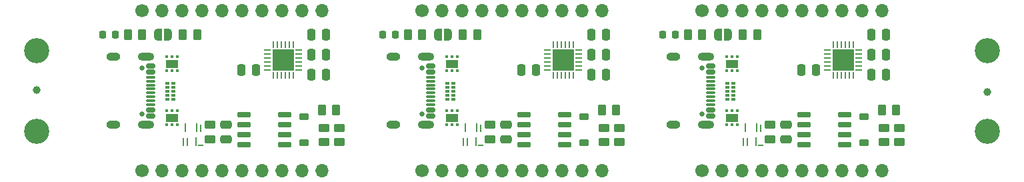
<source format=gbr>
%TF.GenerationSoftware,KiCad,Pcbnew,8.0.2*%
%TF.CreationDate,2025-03-04T10:53:31+01:00*%
%TF.ProjectId,USB-C_PD_Module_PANELIZED,5553422d-435f-4504-945f-4d6f64756c65,rev?*%
%TF.SameCoordinates,Original*%
%TF.FileFunction,Soldermask,Top*%
%TF.FilePolarity,Negative*%
%FSLAX46Y46*%
G04 Gerber Fmt 4.6, Leading zero omitted, Abs format (unit mm)*
G04 Created by KiCad (PCBNEW 8.0.2) date 2025-03-04 10:53:31*
%MOMM*%
%LPD*%
G01*
G04 APERTURE LIST*
G04 Aperture macros list*
%AMRoundRect*
0 Rectangle with rounded corners*
0 $1 Rounding radius*
0 $2 $3 $4 $5 $6 $7 $8 $9 X,Y pos of 4 corners*
0 Add a 4 corners polygon primitive as box body*
4,1,4,$2,$3,$4,$5,$6,$7,$8,$9,$2,$3,0*
0 Add four circle primitives for the rounded corners*
1,1,$1+$1,$2,$3*
1,1,$1+$1,$4,$5*
1,1,$1+$1,$6,$7*
1,1,$1+$1,$8,$9*
0 Add four rect primitives between the rounded corners*
20,1,$1+$1,$2,$3,$4,$5,0*
20,1,$1+$1,$4,$5,$6,$7,0*
20,1,$1+$1,$6,$7,$8,$9,0*
20,1,$1+$1,$8,$9,$2,$3,0*%
%AMFreePoly0*
4,1,19,0.500000,-0.750000,0.000000,-0.750000,0.000000,-0.744911,-0.071157,-0.744911,-0.207708,-0.704816,-0.327430,-0.627875,-0.420627,-0.520320,-0.479746,-0.390866,-0.500000,-0.250000,-0.500000,0.250000,-0.479746,0.390866,-0.420627,0.520320,-0.327430,0.627875,-0.207708,0.704816,-0.071157,0.744911,0.000000,0.744911,0.000000,0.750000,0.500000,0.750000,0.500000,-0.750000,0.500000,-0.750000,
$1*%
%AMFreePoly1*
4,1,19,0.000000,0.744911,0.071157,0.744911,0.207708,0.704816,0.327430,0.627875,0.420627,0.520320,0.479746,0.390866,0.500000,0.250000,0.500000,-0.250000,0.479746,-0.390866,0.420627,-0.520320,0.327430,-0.627875,0.207708,-0.704816,0.071157,-0.744911,0.000000,-0.744911,0.000000,-0.750000,-0.500000,-0.750000,-0.500000,0.750000,0.000000,0.750000,0.000000,0.744911,0.000000,0.744911,
$1*%
G04 Aperture macros list end*
%ADD10C,0.000000*%
%ADD11C,1.700000*%
%ADD12O,1.700000X1.700000*%
%ADD13RoundRect,0.250000X0.262500X0.450000X-0.262500X0.450000X-0.262500X-0.450000X0.262500X-0.450000X0*%
%ADD14RoundRect,0.075000X-0.200000X0.075000X-0.200000X-0.075000X0.200000X-0.075000X0.200000X0.075000X0*%
%ADD15RoundRect,0.250000X-0.250000X-0.475000X0.250000X-0.475000X0.250000X0.475000X-0.250000X0.475000X0*%
%ADD16RoundRect,0.218750X-0.218750X-0.256250X0.218750X-0.256250X0.218750X0.256250X-0.218750X0.256250X0*%
%ADD17RoundRect,0.250000X0.475000X-0.250000X0.475000X0.250000X-0.475000X0.250000X-0.475000X-0.250000X0*%
%ADD18C,3.200000*%
%ADD19RoundRect,0.250000X0.450000X-0.262500X0.450000X0.262500X-0.450000X0.262500X-0.450000X-0.262500X0*%
%ADD20RoundRect,0.250000X-0.262500X-0.450000X0.262500X-0.450000X0.262500X0.450000X-0.262500X0.450000X0*%
%ADD21FreePoly0,0.000000*%
%ADD22FreePoly1,0.000000*%
%ADD23RoundRect,0.250000X-0.450000X0.262500X-0.450000X-0.262500X0.450000X-0.262500X0.450000X0.262500X0*%
%ADD24C,0.650000*%
%ADD25RoundRect,0.150000X-0.425000X0.150000X-0.425000X-0.150000X0.425000X-0.150000X0.425000X0.150000X0*%
%ADD26RoundRect,0.075000X-0.500000X0.075000X-0.500000X-0.075000X0.500000X-0.075000X0.500000X0.075000X0*%
%ADD27O,2.100000X1.000000*%
%ADD28O,1.800000X1.000000*%
%ADD29RoundRect,0.250000X0.250000X0.475000X-0.250000X0.475000X-0.250000X-0.475000X0.250000X-0.475000X0*%
%ADD30RoundRect,0.225000X0.375000X-0.225000X0.375000X0.225000X-0.375000X0.225000X-0.375000X-0.225000X0*%
%ADD31RoundRect,0.093750X-0.106250X0.093750X-0.106250X-0.093750X0.106250X-0.093750X0.106250X0.093750X0*%
%ADD32R,1.600000X1.000000*%
%ADD33RoundRect,0.093750X0.106250X-0.093750X0.106250X0.093750X-0.106250X0.093750X-0.106250X-0.093750X0*%
%ADD34RoundRect,0.062500X-0.062500X0.337500X-0.062500X-0.337500X0.062500X-0.337500X0.062500X0.337500X0*%
%ADD35RoundRect,0.062500X-0.337500X0.062500X-0.337500X-0.062500X0.337500X-0.062500X0.337500X0.062500X0*%
%ADD36R,2.750000X2.750000*%
%ADD37C,1.000000*%
%ADD38RoundRect,0.150000X0.725000X0.150000X-0.725000X0.150000X-0.725000X-0.150000X0.725000X-0.150000X0*%
G04 APERTURE END LIST*
D10*
%TO.C,G\u002A\u002A\u002A*%
G36*
X177913578Y-36653092D02*
G01*
X177913578Y-37183569D01*
X177837014Y-37183569D01*
X177760450Y-37183569D01*
X177760450Y-36653092D01*
X177760450Y-36122615D01*
X177837014Y-36122615D01*
X177913578Y-36122615D01*
X177913578Y-36653092D01*
G37*
G36*
X178176082Y-34840173D02*
G01*
X178176082Y-35370650D01*
X178098151Y-35370650D01*
X178020220Y-35370650D01*
X178020220Y-34840173D01*
X178020220Y-34309697D01*
X178098151Y-34309697D01*
X178176082Y-34309697D01*
X178176082Y-34840173D01*
G37*
G36*
X178435851Y-36653092D02*
G01*
X178435851Y-37183569D01*
X178357921Y-37183569D01*
X178279990Y-37183569D01*
X178279990Y-36653092D01*
X178279990Y-36122615D01*
X178357921Y-36122615D01*
X178435851Y-36122615D01*
X178435851Y-36653092D01*
G37*
G36*
X179535087Y-36603872D02*
G01*
X179535087Y-37134349D01*
X179458523Y-37134349D01*
X179381960Y-37134349D01*
X179381960Y-36603872D01*
X179381960Y-36073395D01*
X179458523Y-36073395D01*
X179535087Y-36073395D01*
X179535087Y-36603872D01*
G37*
G36*
X179638995Y-34838806D02*
G01*
X179638995Y-35367916D01*
X179562431Y-35367916D01*
X179485868Y-35367916D01*
X179485868Y-34838806D01*
X179485868Y-34309697D01*
X179562431Y-34309697D01*
X179638995Y-34309697D01*
X179638995Y-34838806D01*
G37*
G36*
X180164003Y-34898963D02*
G01*
X180164003Y-35367916D01*
X180087439Y-35367916D01*
X180010876Y-35367916D01*
X180010876Y-34898963D01*
X180010876Y-34430011D01*
X180087439Y-34430011D01*
X180164003Y-34430011D01*
X180164003Y-34898963D01*
G37*
G36*
X180431976Y-37053684D02*
G01*
X180431976Y-37134349D01*
X180065564Y-37134349D01*
X179699152Y-37134349D01*
X179699152Y-37053684D01*
X179699152Y-36973019D01*
X180065564Y-36973019D01*
X180431976Y-36973019D01*
X180431976Y-37053684D01*
G37*
G36*
X106793578Y-36653092D02*
G01*
X106793578Y-37183569D01*
X106717014Y-37183569D01*
X106640450Y-37183569D01*
X106640450Y-36653092D01*
X106640450Y-36122615D01*
X106717014Y-36122615D01*
X106793578Y-36122615D01*
X106793578Y-36653092D01*
G37*
G36*
X107056082Y-34840173D02*
G01*
X107056082Y-35370650D01*
X106978151Y-35370650D01*
X106900220Y-35370650D01*
X106900220Y-34840173D01*
X106900220Y-34309697D01*
X106978151Y-34309697D01*
X107056082Y-34309697D01*
X107056082Y-34840173D01*
G37*
G36*
X107315851Y-36653092D02*
G01*
X107315851Y-37183569D01*
X107237921Y-37183569D01*
X107159990Y-37183569D01*
X107159990Y-36653092D01*
X107159990Y-36122615D01*
X107237921Y-36122615D01*
X107315851Y-36122615D01*
X107315851Y-36653092D01*
G37*
G36*
X108415087Y-36603872D02*
G01*
X108415087Y-37134349D01*
X108338523Y-37134349D01*
X108261960Y-37134349D01*
X108261960Y-36603872D01*
X108261960Y-36073395D01*
X108338523Y-36073395D01*
X108415087Y-36073395D01*
X108415087Y-36603872D01*
G37*
G36*
X108518995Y-34838806D02*
G01*
X108518995Y-35367916D01*
X108442431Y-35367916D01*
X108365868Y-35367916D01*
X108365868Y-34838806D01*
X108365868Y-34309697D01*
X108442431Y-34309697D01*
X108518995Y-34309697D01*
X108518995Y-34838806D01*
G37*
G36*
X109044003Y-34898963D02*
G01*
X109044003Y-35367916D01*
X108967439Y-35367916D01*
X108890876Y-35367916D01*
X108890876Y-34898963D01*
X108890876Y-34430011D01*
X108967439Y-34430011D01*
X109044003Y-34430011D01*
X109044003Y-34898963D01*
G37*
G36*
X109311976Y-37053684D02*
G01*
X109311976Y-37134349D01*
X108945564Y-37134349D01*
X108579152Y-37134349D01*
X108579152Y-37053684D01*
X108579152Y-36973019D01*
X108945564Y-36973019D01*
X109311976Y-36973019D01*
X109311976Y-37053684D01*
G37*
G36*
X142353578Y-36653092D02*
G01*
X142353578Y-37183569D01*
X142277014Y-37183569D01*
X142200450Y-37183569D01*
X142200450Y-36653092D01*
X142200450Y-36122615D01*
X142277014Y-36122615D01*
X142353578Y-36122615D01*
X142353578Y-36653092D01*
G37*
G36*
X142616082Y-34840173D02*
G01*
X142616082Y-35370650D01*
X142538151Y-35370650D01*
X142460220Y-35370650D01*
X142460220Y-34840173D01*
X142460220Y-34309697D01*
X142538151Y-34309697D01*
X142616082Y-34309697D01*
X142616082Y-34840173D01*
G37*
G36*
X142875851Y-36653092D02*
G01*
X142875851Y-37183569D01*
X142797921Y-37183569D01*
X142719990Y-37183569D01*
X142719990Y-36653092D01*
X142719990Y-36122615D01*
X142797921Y-36122615D01*
X142875851Y-36122615D01*
X142875851Y-36653092D01*
G37*
G36*
X143975087Y-36603872D02*
G01*
X143975087Y-37134349D01*
X143898523Y-37134349D01*
X143821960Y-37134349D01*
X143821960Y-36603872D01*
X143821960Y-36073395D01*
X143898523Y-36073395D01*
X143975087Y-36073395D01*
X143975087Y-36603872D01*
G37*
G36*
X144078995Y-34838806D02*
G01*
X144078995Y-35367916D01*
X144002431Y-35367916D01*
X143925868Y-35367916D01*
X143925868Y-34838806D01*
X143925868Y-34309697D01*
X144002431Y-34309697D01*
X144078995Y-34309697D01*
X144078995Y-34838806D01*
G37*
G36*
X144604003Y-34898963D02*
G01*
X144604003Y-35367916D01*
X144527439Y-35367916D01*
X144450876Y-35367916D01*
X144450876Y-34898963D01*
X144450876Y-34430011D01*
X144527439Y-34430011D01*
X144604003Y-34430011D01*
X144604003Y-34898963D01*
G37*
G36*
X144871976Y-37053684D02*
G01*
X144871976Y-37134349D01*
X144505564Y-37134349D01*
X144139152Y-37134349D01*
X144139152Y-37053684D01*
X144139152Y-36973019D01*
X144505564Y-36973019D01*
X144871976Y-36973019D01*
X144871976Y-37053684D01*
G37*
%TD*%
D11*
%TO.C,J3*%
X101510000Y-20000000D03*
D12*
X104050000Y-20000000D03*
X106590000Y-20000000D03*
X109130000Y-20000000D03*
X111670000Y-20000000D03*
X114210000Y-20000000D03*
X116750000Y-20000000D03*
X119290000Y-20000000D03*
X121830000Y-20000000D03*
X124370000Y-20000000D03*
%TD*%
D13*
%TO.C,R1*%
X108518500Y-23048000D03*
X106693500Y-23048000D03*
%TD*%
D14*
%TO.C,U1*%
X175805000Y-29190000D03*
X175805000Y-29690000D03*
X175805000Y-30190000D03*
X175805000Y-30690000D03*
X175805000Y-31190000D03*
X176575000Y-31190000D03*
X176575000Y-30690000D03*
X176575000Y-30190000D03*
X176575000Y-29690000D03*
X176575000Y-29190000D03*
%TD*%
D15*
%TO.C,C2*%
X194092500Y-23048000D03*
X195992500Y-23048000D03*
%TD*%
D16*
%TO.C,D2*%
X132068000Y-23048000D03*
X133643000Y-23048000D03*
%TD*%
D11*
%TO.C,J3*%
X137070000Y-20000000D03*
D12*
X139610000Y-20000000D03*
X142150000Y-20000000D03*
X144690000Y-20000000D03*
X147230000Y-20000000D03*
X149770000Y-20000000D03*
X152310000Y-20000000D03*
X154850000Y-20000000D03*
X157390000Y-20000000D03*
X159930000Y-20000000D03*
%TD*%
D17*
%TO.C,C5*%
X147738000Y-36317000D03*
X147738000Y-34417000D03*
%TD*%
D18*
%TO.C,KiKit_TO_1*%
X88159000Y-25000000D03*
%TD*%
D13*
%TO.C,R1*%
X144078500Y-23048000D03*
X142253500Y-23048000D03*
%TD*%
D11*
%TO.C,J2*%
X101515000Y-40320000D03*
D12*
X104055000Y-40320000D03*
X106595000Y-40320000D03*
X109135000Y-40320000D03*
X111675000Y-40320000D03*
X114215000Y-40320000D03*
X116755000Y-40320000D03*
X119295000Y-40320000D03*
X121835000Y-40320000D03*
X124375000Y-40320000D03*
%TD*%
D17*
%TO.C,C5*%
X183298000Y-36317000D03*
X183298000Y-34417000D03*
%TD*%
D19*
%TO.C,R3*%
X145706000Y-36279500D03*
X145706000Y-34454500D03*
%TD*%
D20*
%TO.C,R2*%
X135245000Y-23048000D03*
X137070000Y-23048000D03*
%TD*%
D16*
%TO.C,D2*%
X96508000Y-23048000D03*
X98083000Y-23048000D03*
%TD*%
D21*
%TO.C,JP1*%
X139063500Y-23048000D03*
D22*
X140363500Y-23048000D03*
%TD*%
D18*
%TO.C,KiKit_TO_2*%
X208841000Y-25000000D03*
%TD*%
D20*
%TO.C,R5*%
X195466500Y-32573000D03*
X197291500Y-32573000D03*
%TD*%
D23*
%TO.C,R6*%
X126529000Y-34835500D03*
X126529000Y-36660500D03*
%TD*%
D15*
%TO.C,C3*%
X122972500Y-25588000D03*
X124872500Y-25588000D03*
%TD*%
D20*
%TO.C,R5*%
X159906500Y-32573000D03*
X161731500Y-32573000D03*
%TD*%
D19*
%TO.C,R4*%
X160184000Y-36660500D03*
X160184000Y-34835500D03*
%TD*%
D24*
%TO.C,J1*%
X101510000Y-27270000D03*
X101510000Y-33050000D03*
D25*
X102585000Y-26960000D03*
X102585000Y-27760000D03*
D26*
X102585000Y-28910000D03*
X102585000Y-29910000D03*
X102585000Y-30410000D03*
X102585000Y-31410000D03*
D25*
X102585000Y-32560000D03*
X102585000Y-33360000D03*
X102585000Y-33360000D03*
X102585000Y-32560000D03*
D26*
X102585000Y-31910000D03*
X102585000Y-30910000D03*
X102585000Y-29410000D03*
X102585000Y-28410000D03*
D25*
X102585000Y-27760000D03*
X102585000Y-26960000D03*
D27*
X102010000Y-25840000D03*
D28*
X97830000Y-25840000D03*
D27*
X102010000Y-34480000D03*
D28*
X97830000Y-34480000D03*
%TD*%
D29*
%TO.C,C4*%
X115982500Y-27493000D03*
X114082500Y-27493000D03*
%TD*%
D14*
%TO.C,U1*%
X104685000Y-29190000D03*
X104685000Y-29690000D03*
X104685000Y-30190000D03*
X104685000Y-30690000D03*
X104685000Y-31190000D03*
X105455000Y-31190000D03*
X105455000Y-30690000D03*
X105455000Y-30190000D03*
X105455000Y-29690000D03*
X105455000Y-29190000D03*
%TD*%
D15*
%TO.C,C1*%
X158532500Y-28128000D03*
X160432500Y-28128000D03*
%TD*%
D19*
%TO.C,R4*%
X124624000Y-36660500D03*
X124624000Y-34835500D03*
%TD*%
D24*
%TO.C,J1*%
X137070000Y-27270000D03*
X137070000Y-33050000D03*
D25*
X138145000Y-26960000D03*
X138145000Y-27760000D03*
D26*
X138145000Y-28910000D03*
X138145000Y-29910000D03*
X138145000Y-30410000D03*
X138145000Y-31410000D03*
D25*
X138145000Y-32560000D03*
X138145000Y-33360000D03*
X138145000Y-33360000D03*
X138145000Y-32560000D03*
D26*
X138145000Y-31910000D03*
X138145000Y-30910000D03*
X138145000Y-29410000D03*
X138145000Y-28410000D03*
D25*
X138145000Y-27760000D03*
X138145000Y-26960000D03*
D27*
X137570000Y-25840000D03*
D28*
X133390000Y-25840000D03*
D27*
X137570000Y-34480000D03*
D28*
X133390000Y-34480000D03*
%TD*%
D23*
%TO.C,R6*%
X162089000Y-34835500D03*
X162089000Y-36660500D03*
%TD*%
D11*
%TO.C,J2*%
X172635000Y-40320000D03*
D12*
X175175000Y-40320000D03*
X177715000Y-40320000D03*
X180255000Y-40320000D03*
X182795000Y-40320000D03*
X185335000Y-40320000D03*
X187875000Y-40320000D03*
X190415000Y-40320000D03*
X192955000Y-40320000D03*
X195495000Y-40320000D03*
%TD*%
D21*
%TO.C,JP1*%
X103503500Y-23048000D03*
D22*
X104803500Y-23048000D03*
%TD*%
D29*
%TO.C,C4*%
X151542500Y-27493000D03*
X149642500Y-27493000D03*
%TD*%
D19*
%TO.C,R3*%
X181266000Y-36279500D03*
X181266000Y-34454500D03*
%TD*%
D30*
%TO.C,D1*%
X157644000Y-36763000D03*
X157644000Y-33463000D03*
%TD*%
D19*
%TO.C,R3*%
X110146000Y-36279500D03*
X110146000Y-34454500D03*
%TD*%
D31*
%TO.C,U3*%
X141530000Y-25843500D03*
X140880000Y-25843500D03*
X140230000Y-25843500D03*
X140230000Y-27618500D03*
X140880000Y-27618500D03*
X141530000Y-27618500D03*
D32*
X140880000Y-26731000D03*
%TD*%
D15*
%TO.C,C2*%
X158532500Y-23048000D03*
X160432500Y-23048000D03*
%TD*%
D23*
%TO.C,R6*%
X197649000Y-34835500D03*
X197649000Y-36660500D03*
%TD*%
D20*
%TO.C,R5*%
X124346500Y-32573000D03*
X126171500Y-32573000D03*
%TD*%
D33*
%TO.C,U2*%
X140230000Y-34445500D03*
X140880000Y-34445500D03*
X141530000Y-34445500D03*
X141530000Y-32670500D03*
X140880000Y-32670500D03*
X140230000Y-32670500D03*
D32*
X140880000Y-33558000D03*
%TD*%
D30*
%TO.C,D1*%
X193204000Y-36763000D03*
X193204000Y-33463000D03*
%TD*%
D31*
%TO.C,U3*%
X105970000Y-25843500D03*
X105320000Y-25843500D03*
X104670000Y-25843500D03*
X104670000Y-27618500D03*
X105320000Y-27618500D03*
X105970000Y-27618500D03*
D32*
X105320000Y-26731000D03*
%TD*%
D14*
%TO.C,U1*%
X140245000Y-29190000D03*
X140245000Y-29690000D03*
X140245000Y-30190000D03*
X140245000Y-30690000D03*
X140245000Y-31190000D03*
X141015000Y-31190000D03*
X141015000Y-30690000D03*
X141015000Y-30190000D03*
X141015000Y-29690000D03*
X141015000Y-29190000D03*
%TD*%
D13*
%TO.C,R1*%
X179638500Y-23048000D03*
X177813500Y-23048000D03*
%TD*%
D18*
%TO.C,KiKit_TO_4*%
X208841000Y-35320000D03*
%TD*%
D24*
%TO.C,J1*%
X172630000Y-27270000D03*
X172630000Y-33050000D03*
D25*
X173705000Y-26960000D03*
X173705000Y-27760000D03*
D26*
X173705000Y-28910000D03*
X173705000Y-29910000D03*
X173705000Y-30410000D03*
X173705000Y-31410000D03*
D25*
X173705000Y-32560000D03*
X173705000Y-33360000D03*
X173705000Y-33360000D03*
X173705000Y-32560000D03*
D26*
X173705000Y-31910000D03*
X173705000Y-30910000D03*
X173705000Y-29410000D03*
X173705000Y-28410000D03*
D25*
X173705000Y-27760000D03*
X173705000Y-26960000D03*
D27*
X173130000Y-25840000D03*
D28*
X168950000Y-25840000D03*
D27*
X173130000Y-34480000D03*
D28*
X168950000Y-34480000D03*
%TD*%
D15*
%TO.C,C3*%
X194092500Y-25588000D03*
X195992500Y-25588000D03*
%TD*%
%TO.C,C2*%
X122972500Y-23048000D03*
X124872500Y-23048000D03*
%TD*%
D34*
%TO.C,U4*%
X120672500Y-24248000D03*
X120172500Y-24248000D03*
X119672500Y-24248000D03*
X119172500Y-24248000D03*
X118672500Y-24248000D03*
X118172500Y-24248000D03*
D35*
X117447500Y-24973000D03*
X117447500Y-25473000D03*
X117447500Y-25973000D03*
X117447500Y-26473000D03*
X117447500Y-26973000D03*
X117447500Y-27473000D03*
D34*
X118172500Y-28198000D03*
X118672500Y-28198000D03*
X119172500Y-28198000D03*
X119672500Y-28198000D03*
X120172500Y-28198000D03*
X120672500Y-28198000D03*
D35*
X121397500Y-27473000D03*
X121397500Y-26973000D03*
X121397500Y-26473000D03*
X121397500Y-25973000D03*
X121397500Y-25473000D03*
X121397500Y-24973000D03*
D36*
X119422500Y-26223000D03*
%TD*%
D33*
%TO.C,U2*%
X104670000Y-34445500D03*
X105320000Y-34445500D03*
X105970000Y-34445500D03*
X105970000Y-32670500D03*
X105320000Y-32670500D03*
X104670000Y-32670500D03*
D32*
X105320000Y-33558000D03*
%TD*%
D20*
%TO.C,R2*%
X99685000Y-23048000D03*
X101510000Y-23048000D03*
%TD*%
D11*
%TO.C,J2*%
X137075000Y-40320000D03*
D12*
X139615000Y-40320000D03*
X142155000Y-40320000D03*
X144695000Y-40320000D03*
X147235000Y-40320000D03*
X149775000Y-40320000D03*
X152315000Y-40320000D03*
X154855000Y-40320000D03*
X157395000Y-40320000D03*
X159935000Y-40320000D03*
%TD*%
D33*
%TO.C,U2*%
X175790000Y-34445500D03*
X176440000Y-34445500D03*
X177090000Y-34445500D03*
X177090000Y-32670500D03*
X176440000Y-32670500D03*
X175790000Y-32670500D03*
D32*
X176440000Y-33558000D03*
%TD*%
D29*
%TO.C,C4*%
X187102500Y-27493000D03*
X185202500Y-27493000D03*
%TD*%
D16*
%TO.C,D2*%
X167628000Y-23048000D03*
X169203000Y-23048000D03*
%TD*%
D37*
%TO.C,KiKit_FID_T_4*%
X208841000Y-30320000D03*
%TD*%
D34*
%TO.C,U4*%
X191792500Y-24248000D03*
X191292500Y-24248000D03*
X190792500Y-24248000D03*
X190292500Y-24248000D03*
X189792500Y-24248000D03*
X189292500Y-24248000D03*
D35*
X188567500Y-24973000D03*
X188567500Y-25473000D03*
X188567500Y-25973000D03*
X188567500Y-26473000D03*
X188567500Y-26973000D03*
X188567500Y-27473000D03*
D34*
X189292500Y-28198000D03*
X189792500Y-28198000D03*
X190292500Y-28198000D03*
X190792500Y-28198000D03*
X191292500Y-28198000D03*
X191792500Y-28198000D03*
D35*
X192517500Y-27473000D03*
X192517500Y-26973000D03*
X192517500Y-26473000D03*
X192517500Y-25973000D03*
X192517500Y-25473000D03*
X192517500Y-24973000D03*
D36*
X190542500Y-26223000D03*
%TD*%
D17*
%TO.C,C5*%
X112178000Y-36317000D03*
X112178000Y-34417000D03*
%TD*%
D34*
%TO.C,U4*%
X156232500Y-24248000D03*
X155732500Y-24248000D03*
X155232500Y-24248000D03*
X154732500Y-24248000D03*
X154232500Y-24248000D03*
X153732500Y-24248000D03*
D35*
X153007500Y-24973000D03*
X153007500Y-25473000D03*
X153007500Y-25973000D03*
X153007500Y-26473000D03*
X153007500Y-26973000D03*
X153007500Y-27473000D03*
D34*
X153732500Y-28198000D03*
X154232500Y-28198000D03*
X154732500Y-28198000D03*
X155232500Y-28198000D03*
X155732500Y-28198000D03*
X156232500Y-28198000D03*
D35*
X156957500Y-27473000D03*
X156957500Y-26973000D03*
X156957500Y-26473000D03*
X156957500Y-25973000D03*
X156957500Y-25473000D03*
X156957500Y-24973000D03*
D36*
X154982500Y-26223000D03*
%TD*%
D15*
%TO.C,C3*%
X158532500Y-25588000D03*
X160432500Y-25588000D03*
%TD*%
D38*
%TO.C,Q1*%
X119579000Y-37018000D03*
X119579000Y-35748000D03*
X119579000Y-34478000D03*
X119579000Y-33208000D03*
X114429000Y-33208000D03*
X114429000Y-34478000D03*
X114429000Y-35748000D03*
X114429000Y-37018000D03*
%TD*%
D20*
%TO.C,R2*%
X170805000Y-23048000D03*
X172630000Y-23048000D03*
%TD*%
D18*
%TO.C,KiKit_TO_3*%
X88159000Y-35320000D03*
%TD*%
D38*
%TO.C,Q1*%
X190699000Y-37018000D03*
X190699000Y-35748000D03*
X190699000Y-34478000D03*
X190699000Y-33208000D03*
X185549000Y-33208000D03*
X185549000Y-34478000D03*
X185549000Y-35748000D03*
X185549000Y-37018000D03*
%TD*%
D31*
%TO.C,U3*%
X177090000Y-25843500D03*
X176440000Y-25843500D03*
X175790000Y-25843500D03*
X175790000Y-27618500D03*
X176440000Y-27618500D03*
X177090000Y-27618500D03*
D32*
X176440000Y-26731000D03*
%TD*%
D19*
%TO.C,R4*%
X195744000Y-36660500D03*
X195744000Y-34835500D03*
%TD*%
D38*
%TO.C,Q1*%
X155139000Y-37018000D03*
X155139000Y-35748000D03*
X155139000Y-34478000D03*
X155139000Y-33208000D03*
X149989000Y-33208000D03*
X149989000Y-34478000D03*
X149989000Y-35748000D03*
X149989000Y-37018000D03*
%TD*%
D30*
%TO.C,D1*%
X122084000Y-36763000D03*
X122084000Y-33463000D03*
%TD*%
D15*
%TO.C,C1*%
X194092500Y-28128000D03*
X195992500Y-28128000D03*
%TD*%
D11*
%TO.C,J3*%
X172630000Y-20000000D03*
D12*
X175170000Y-20000000D03*
X177710000Y-20000000D03*
X180250000Y-20000000D03*
X182790000Y-20000000D03*
X185330000Y-20000000D03*
X187870000Y-20000000D03*
X190410000Y-20000000D03*
X192950000Y-20000000D03*
X195490000Y-20000000D03*
%TD*%
D15*
%TO.C,C1*%
X122972500Y-28128000D03*
X124872500Y-28128000D03*
%TD*%
D37*
%TO.C,KiKit_FID_T_1*%
X88159000Y-30000000D03*
%TD*%
D21*
%TO.C,JP1*%
X174623500Y-23048000D03*
D22*
X175923500Y-23048000D03*
%TD*%
M02*

</source>
